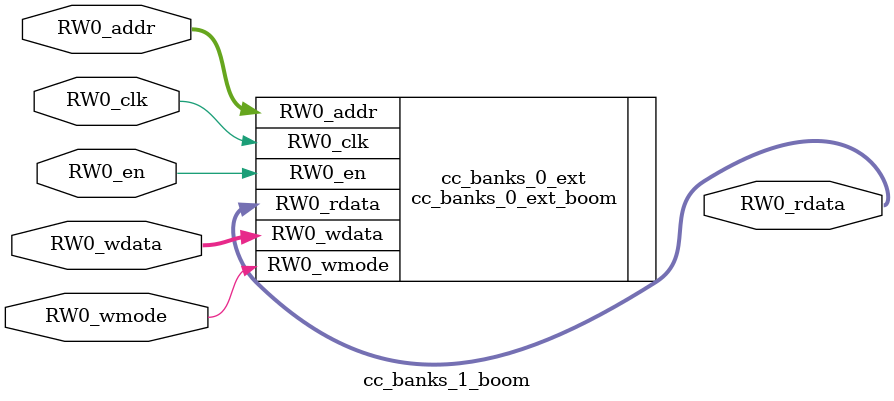
<source format=sv>
`ifndef RANDOMIZE
  `ifdef RANDOMIZE_REG_INIT
    `define RANDOMIZE
  `endif // RANDOMIZE_REG_INIT
`endif // not def RANDOMIZE
`ifndef RANDOMIZE
  `ifdef RANDOMIZE_MEM_INIT
    `define RANDOMIZE
  `endif // RANDOMIZE_MEM_INIT
`endif // not def RANDOMIZE

`ifndef RANDOM
  `define RANDOM $random
`endif // not def RANDOM

// Users can define 'PRINTF_COND' to add an extra gate to prints.
`ifndef PRINTF_COND_
  `ifdef PRINTF_COND
    `define PRINTF_COND_ (`PRINTF_COND)
  `else  // PRINTF_COND
    `define PRINTF_COND_ 1
  `endif // PRINTF_COND
`endif // not def PRINTF_COND_

// Users can define 'ASSERT_VERBOSE_COND' to add an extra gate to assert error printing.
`ifndef ASSERT_VERBOSE_COND_
  `ifdef ASSERT_VERBOSE_COND
    `define ASSERT_VERBOSE_COND_ (`ASSERT_VERBOSE_COND)
  `else  // ASSERT_VERBOSE_COND
    `define ASSERT_VERBOSE_COND_ 1
  `endif // ASSERT_VERBOSE_COND
`endif // not def ASSERT_VERBOSE_COND_

// Users can define 'STOP_COND' to add an extra gate to stop conditions.
`ifndef STOP_COND_
  `ifdef STOP_COND
    `define STOP_COND_ (`STOP_COND)
  `else  // STOP_COND
    `define STOP_COND_ 1
  `endif // STOP_COND
`endif // not def STOP_COND_

// Users can define INIT_RANDOM as general code that gets injected into the
// initializer block for modules with registers.
`ifndef INIT_RANDOM
  `define INIT_RANDOM
`endif // not def INIT_RANDOM

// If using random initialization, you can also define RANDOMIZE_DELAY to
// customize the delay used, otherwise 0.002 is used.
`ifndef RANDOMIZE_DELAY
  `define RANDOMIZE_DELAY 0.002
`endif // not def RANDOMIZE_DELAY

// Define INIT_RANDOM_PROLOG_ for use in our modules below.
`ifndef INIT_RANDOM_PROLOG_
  `ifdef RANDOMIZE
    `ifdef VERILATOR
      `define INIT_RANDOM_PROLOG_ `INIT_RANDOM
    `else  // VERILATOR
      `define INIT_RANDOM_PROLOG_ `INIT_RANDOM #`RANDOMIZE_DELAY begin end
    `endif // VERILATOR
  `else  // RANDOMIZE
    `define INIT_RANDOM_PROLOG_
  `endif // RANDOMIZE
`endif // not def INIT_RANDOM_PROLOG_

module cc_banks_1_boom(	// @[DescribedSRAM.scala:17:26]
  input  [13:0] RW0_addr,
  input         RW0_en,
                RW0_clk,
                RW0_wmode,
  input  [63:0] RW0_wdata,
  output [63:0] RW0_rdata
);

  cc_banks_0_ext_boom cc_banks_0_ext (	// @[DescribedSRAM.scala:17:26]
    .RW0_addr  (RW0_addr),
    .RW0_en    (RW0_en),
    .RW0_clk   (RW0_clk),
    .RW0_wmode (RW0_wmode),
    .RW0_wdata (RW0_wdata),
    .RW0_rdata (RW0_rdata)
  );
endmodule


</source>
